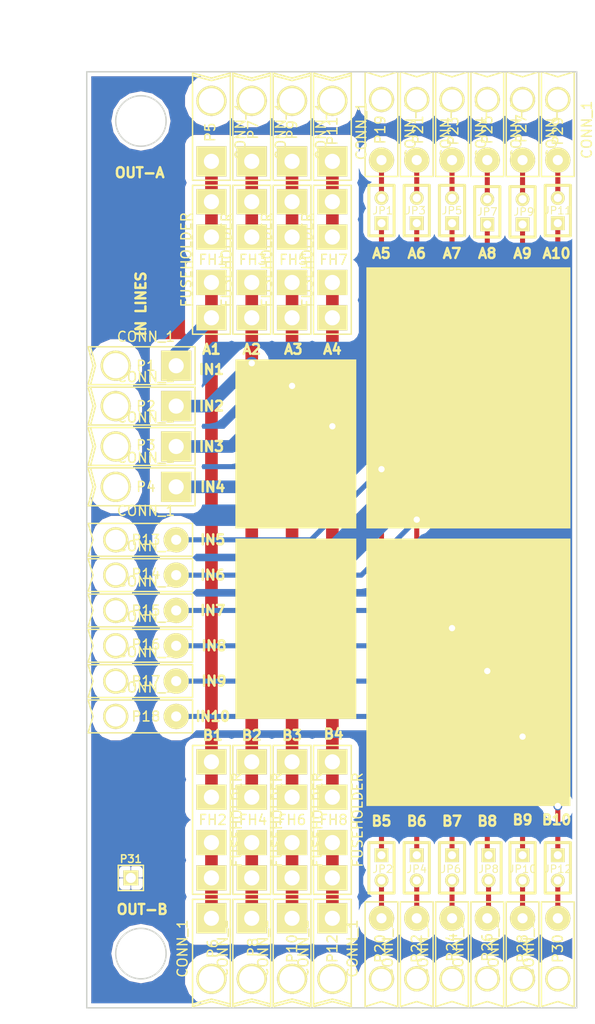
<source format=kicad_pcb>
(kicad_pcb (version 20221018) (generator pcbnew)
  (layers (0 "F.Cu" signal) (31 "B.Cu" signal) (34 "B.Paste" user) (35 "F.Paste" user) (36 "B.SilkS" user "B.Silkscreen") (37 "F.SilkS" user "F.Silkscreen") (38 "B.Mask" user) (39 "F.Mask" user) (44 "Edge.Cuts" user))
  (net 0 "")
  (net 1 "GND")
  (net 2 "N-000001")
  (net 3 "N-0000010")
  (net 4 "N-0000011")
  (net 5 "N-0000012")
  (net 6 "N-0000014")
  (net 7 "N-0000015")
  (net 8 "N-0000016")
  (net 9 "N-0000017")
  (net 10 "N-0000018")
  (net 11 "N-0000019")
  (net 12 "N-000002")
  (net 13 "N-0000020")
  (net 14 "N-0000021")
  (net 15 "N-0000022")
  (net 16 "N-0000023")
  (net 17 "N-0000024")
  (net 18 "N-0000025")
  (net 19 "N-0000026")
  (net 20 "N-0000027")
  (net 21 "N-0000028")
  (net 22 "N-0000029")
  (net 23 "N-000003")
  (net 24 "N-0000030")
  (net 25 "N-0000031")
  (net 26 "N-000004")
  (net 27 "N-000005")
  (net 28 "N-000006")
  (net 29 "N-000007")
  (net 30 "N-000008")
  (net 31 "N-000009")
  (footprint "FUSEHOLDER" (layer "F.Cu") (at 204.724 72.898 90)
    (fp_text reference "FH1" (at 0 0.127 180) (layer "F.SilkS"))
    (fp_text value "FUSEHOLDER" (at 0 -2.54 90) (layer "F.SilkS"))
    (pad "1" thru_hole rect (at -5.842 0 90) (size 2.54 3.048) (drill 1.524) (layers "*.Cu" "*.Mask" "F.SilkS") (net 15 "N-0000022"))
    (pad "1" thru_hole rect (at -2.286 0 90) (size 2.54 3.048) (drill 1.524) (layers "*.Cu" "*.Mask" "F.SilkS") (net 15 "N-0000022"))
    (pad "2" thru_hole rect (at 2.286 0 90) (size 2.54 3.048) (drill 1.524) (layers "*.Cu" "*.Mask" "F.SilkS") (net 17 "N-0000024"))
    (pad "2" thru_hole rect (at 5.842 0 90) (size 2.54 3.048) (drill 1.524) (layers "*.Cu" "*.Mask" "F.SilkS") (net 17 "N-0000024"))
  )
  (footprint "FUSEHOLDER" (layer "F.Cu") (at 204.724 129.286 -90)
    (fp_text reference "FH2" (at 0 -0.127) (layer "F.SilkS"))
    (fp_text value "FUSEHOLDER" (at 0 -2.54 270) (layer "F.SilkS"))
    (pad "1" thru_hole rect (at -5.842 0 270) (size 2.54 3.048) (drill 1.524) (layers "*.Cu" "*.Mask" "F.SilkS") (net 15 "N-0000022"))
    (pad "1" thru_hole rect (at -2.286 0 270) (size 2.54 3.048) (drill 1.524) (layers "*.Cu" "*.Mask" "F.SilkS") (net 15 "N-0000022"))
    (pad "2" thru_hole rect (at 2.286 0 270) (size 2.54 3.048) (drill 1.524) (layers "*.Cu" "*.Mask" "F.SilkS") (net 16 "N-0000023"))
    (pad "2" thru_hole rect (at 5.842 0 270) (size 2.54 3.048) (drill 1.524) (layers "*.Cu" "*.Mask" "F.SilkS") (net 16 "N-0000023"))
  )
  (footprint "FUSEHOLDER" (layer "F.Cu") (at 208.788 72.898 90)
    (fp_text reference "FH3" (at 0 0.127 180) (layer "F.SilkS"))
    (fp_text value "FUSEHOLDER" (at 0 -2.54 90) (layer "F.SilkS"))
    (pad "1" thru_hole rect (at -5.842 0 90) (size 2.54 3.048) (drill 1.524) (layers "*.Cu" "*.Mask" "F.SilkS") (net 11 "N-0000019"))
    (pad "1" thru_hole rect (at -2.286 0 90) (size 2.54 3.048) (drill 1.524) (layers "*.Cu" "*.Mask" "F.SilkS") (net 11 "N-0000019"))
    (pad "2" thru_hole rect (at 2.286 0 90) (size 2.54 3.048) (drill 1.524) (layers "*.Cu" "*.Mask" "F.SilkS") (net 14 "N-0000021"))
    (pad "2" thru_hole rect (at 5.842 0 90) (size 2.54 3.048) (drill 1.524) (layers "*.Cu" "*.Mask" "F.SilkS") (net 14 "N-0000021"))
  )
  (footprint "FUSEHOLDER" (layer "F.Cu") (at 208.788 129.286 -90)
    (fp_text reference "FH4" (at 0 -0.127) (layer "F.SilkS"))
    (fp_text value "FUSEHOLDER" (at 0 -2.54 270) (layer "F.SilkS"))
    (pad "1" thru_hole rect (at -5.842 0 270) (size 2.54 3.048) (drill 1.524) (layers "*.Cu" "*.Mask" "F.SilkS") (net 11 "N-0000019"))
    (pad "1" thru_hole rect (at -2.286 0 270) (size 2.54 3.048) (drill 1.524) (layers "*.Cu" "*.Mask" "F.SilkS") (net 11 "N-0000019"))
    (pad "2" thru_hole rect (at 2.286 0 270) (size 2.54 3.048) (drill 1.524) (layers "*.Cu" "*.Mask" "F.SilkS") (net 13 "N-0000020"))
    (pad "2" thru_hole rect (at 5.842 0 270) (size 2.54 3.048) (drill 1.524) (layers "*.Cu" "*.Mask" "F.SilkS") (net 13 "N-0000020"))
  )
  (footprint "FUSEHOLDER" (layer "F.Cu") (at 212.852 72.898 90)
    (fp_text reference "FH5" (at 0 0.127 180) (layer "F.SilkS"))
    (fp_text value "FUSEHOLDER" (at 0 -2.54 90) (layer "F.SilkS"))
    (pad "1" thru_hole rect (at -5.842 0 90) (size 2.54 3.048) (drill 1.524) (layers "*.Cu" "*.Mask" "F.SilkS") (net 22 "N-0000029"))
    (pad "1" thru_hole rect (at -2.286 0 90) (size 2.54 3.048) (drill 1.524) (layers "*.Cu" "*.Mask" "F.SilkS") (net 22 "N-0000029"))
    (pad "2" thru_hole rect (at 2.286 0 90) (size 2.54 3.048) (drill 1.524) (layers "*.Cu" "*.Mask" "F.SilkS") (net 25 "N-0000031"))
    (pad "2" thru_hole rect (at 5.842 0 90) (size 2.54 3.048) (drill 1.524) (layers "*.Cu" "*.Mask" "F.SilkS") (net 25 "N-0000031"))
  )
  (footprint "FUSEHOLDER" (layer "F.Cu") (at 212.852 129.286 -90)
    (fp_text reference "FH6" (at 0 0) (layer "F.SilkS"))
    (fp_text value "FUSEHOLDER" (at 0 -2.54 270) (layer "F.SilkS"))
    (pad "1" thru_hole rect (at -5.842 0 270) (size 2.54 3.048) (drill 1.524) (layers "*.Cu" "*.Mask" "F.SilkS") (net 22 "N-0000029"))
    (pad "1" thru_hole rect (at -2.286 0 270) (size 2.54 3.048) (drill 1.524) (layers "*.Cu" "*.Mask" "F.SilkS") (net 22 "N-0000029"))
    (pad "2" thru_hole rect (at 2.286 0 270) (size 2.54 3.048) (drill 1.524) (layers "*.Cu" "*.Mask" "F.SilkS") (net 24 "N-0000030"))
    (pad "2" thru_hole rect (at 5.842 0 270) (size 2.54 3.048) (drill 1.524) (layers "*.Cu" "*.Mask" "F.SilkS") (net 24 "N-0000030"))
  )
  (footprint "FUSEHOLDER" (layer "F.Cu") (at 216.916 72.898 90)
    (fp_text reference "FH7" (at 0 0.127 180) (layer "F.SilkS"))
    (fp_text value "FUSEHOLDER" (at 0 -2.54 90) (layer "F.SilkS"))
    (pad "1" thru_hole rect (at -5.842 0 90) (size 2.54 3.048) (drill 1.524) (layers "*.Cu" "*.Mask" "F.SilkS") (net 19 "N-0000026"))
    (pad "1" thru_hole rect (at -2.286 0 90) (size 2.54 3.048) (drill 1.524) (layers "*.Cu" "*.Mask" "F.SilkS") (net 19 "N-0000026"))
    (pad "2" thru_hole rect (at 2.286 0 90) (size 2.54 3.048) (drill 1.524) (layers "*.Cu" "*.Mask" "F.SilkS") (net 21 "N-0000028"))
    (pad "2" thru_hole rect (at 5.842 0 90) (size 2.54 3.048) (drill 1.524) (layers "*.Cu" "*.Mask" "F.SilkS") (net 21 "N-0000028"))
  )
  (footprint "FUSEHOLDER" (layer "F.Cu") (at 216.916 129.286 -90)
    (fp_text reference "FH8" (at 0 -0.127) (layer "F.SilkS"))
    (fp_text value "FUSEHOLDER" (at 0 -2.54 270) (layer "F.SilkS"))
    (pad "1" thru_hole rect (at -5.842 0 270) (size 2.54 3.048) (drill 1.524) (layers "*.Cu" "*.Mask" "F.SilkS") (net 19 "N-0000026"))
    (pad "1" thru_hole rect (at -2.286 0 270) (size 2.54 3.048) (drill 1.524) (layers "*.Cu" "*.Mask" "F.SilkS") (net 19 "N-0000026"))
    (pad "2" thru_hole rect (at 2.286 0 270) (size 2.54 3.048) (drill 1.524) (layers "*.Cu" "*.Mask" "F.SilkS") (net 20 "N-0000027"))
    (pad "2" thru_hole rect (at 5.842 0 270) (size 2.54 3.048) (drill 1.524) (layers "*.Cu" "*.Mask" "F.SilkS") (net 20 "N-0000027"))
  )
  (footprint "PIN_1_16AWG" (layer "F.Cu") (at 198.12 83.566)
    (fp_text reference "P1" (at 0 0) (layer "F.SilkS"))
    (fp_text value "CONN_1" (at 0 -2.921) (layer "F.SilkS"))
    (pad "" thru_hole circle (at -3.048 0) (size 3.048 3.048) (drill 2.54) (layers "*.Cu" "*.Mask" "F.SilkS"))
    (pad "1" thru_hole rect (at 3.048 0) (size 3.048 3.048) (drill 1.524) (layers "*.Cu" "*.Mask" "F.SilkS") (net 15 "N-0000022"))
  )
  (footprint "PIN_1_16AWG" (layer "F.Cu") (at 198.12 87.63)
    (fp_text reference "P2" (at 0 0) (layer "F.SilkS"))
    (fp_text value "CONN_1" (at 0 -2.921) (layer "F.SilkS"))
    (pad "" thru_hole circle (at -3.048 0) (size 3.048 3.048) (drill 2.54) (layers "*.Cu" "*.Mask" "F.SilkS"))
    (pad "1" thru_hole rect (at 3.048 0) (size 3.048 3.048) (drill 1.524) (layers "*.Cu" "*.Mask" "F.SilkS") (net 11 "N-0000019"))
  )
  (footprint "PIN_1_16AWG" (layer "F.Cu") (at 198.12 91.694)
    (fp_text reference "P3" (at 0 -0.127) (layer "F.SilkS"))
    (fp_text value "CONN_1" (at 0 -2.921) (layer "F.SilkS"))
    (pad "" thru_hole circle (at -3.048 0) (size 3.048 3.048) (drill 2.54) (layers "*.Cu" "*.Mask" "F.SilkS"))
    (pad "1" thru_hole rect (at 3.048 0) (size 3.048 3.048) (drill 1.524) (layers "*.Cu" "*.Mask" "F.SilkS") (net 22 "N-0000029"))
  )
  (footprint "PIN_1_16AWG" (layer "F.Cu") (at 198.12 95.758)
    (fp_text reference "P4" (at 0 0) (layer "F.SilkS"))
    (fp_text value "CONN_1" (at 0 -2.921) (layer "F.SilkS"))
    (pad "" thru_hole circle (at -3.048 0) (size 3.048 3.048) (drill 2.54) (layers "*.Cu" "*.Mask" "F.SilkS"))
    (pad "1" thru_hole rect (at 3.048 0) (size 3.048 3.048) (drill 1.524) (layers "*.Cu" "*.Mask" "F.SilkS") (net 19 "N-0000026"))
  )
  (footprint "PIN_1_16AWG" (layer "F.Cu") (at 204.724 59.944 -90)
    (fp_text reference "P5" (at 0.127 0.127 270) (layer "F.SilkS"))
    (fp_text value "CONN_1" (at 0 -2.921 270) (layer "F.SilkS"))
    (pad "" thru_hole circle (at -3.048 0 270) (size 3.048 3.048) (drill 2.54) (layers "*.Cu" "*.Mask" "F.SilkS"))
    (pad "1" thru_hole rect (at 3.048 0 270) (size 3.048 3.048) (drill 1.524) (layers "*.Cu" "*.Mask" "F.SilkS") (net 17 "N-0000024"))
  )
  (footprint "PIN_1_16AWG" (layer "F.Cu") (at 204.724 142.24 90)
    (fp_text reference "P6" (at 0 0.127 90) (layer "F.SilkS"))
    (fp_text value "CONN_1" (at 0 -2.921 90) (layer "F.SilkS"))
    (pad "" thru_hole circle (at -3.048 0 90) (size 3.048 3.048) (drill 2.54) (layers "*.Cu" "*.Mask" "F.SilkS"))
    (pad "1" thru_hole rect (at 3.048 0 90) (size 3.048 3.048) (drill 1.524) (layers "*.Cu" "*.Mask" "F.SilkS") (net 16 "N-0000023"))
  )
  (footprint "PIN_1_16AWG" (layer "F.Cu") (at 208.788 59.944 -90)
    (fp_text reference "P7" (at -0.127 -0.127 270) (layer "F.SilkS"))
    (fp_text value "CONN_1" (at 0 -2.921 270) (layer "F.SilkS"))
    (pad "" thru_hole circle (at -3.048 0 270) (size 3.048 3.048) (drill 2.54) (layers "*.Cu" "*.Mask" "F.SilkS"))
    (pad "1" thru_hole rect (at 3.048 0 270) (size 3.048 3.048) (drill 1.524) (layers "*.Cu" "*.Mask" "F.SilkS") (net 14 "N-0000021"))
  )
  (footprint "PIN_1_16AWG" (layer "F.Cu") (at 208.788 142.24 90)
    (fp_text reference "P8" (at 0.127 0.127 90) (layer "F.SilkS"))
    (fp_text value "CONN_1" (at 0 -2.921 90) (layer "F.SilkS"))
    (pad "" thru_hole circle (at -3.048 0 90) (size 3.048 3.048) (drill 2.54) (layers "*.Cu" "*.Mask" "F.SilkS"))
    (pad "1" thru_hole rect (at 3.048 0 90) (size 3.048 3.048) (drill 1.524) (layers "*.Cu" "*.Mask" "F.SilkS") (net 13 "N-0000020"))
  )
  (footprint "PIN_1_16AWG" (layer "F.Cu") (at 212.852 59.944 -90)
    (fp_text reference "P9" (at -0.127 0 270) (layer "F.SilkS"))
    (fp_text value "CONN_1" (at 0 -2.921 270) (layer "F.SilkS"))
    (pad "" thru_hole circle (at -3.048 0 270) (size 3.048 3.048) (drill 2.54) (layers "*.Cu" "*.Mask" "F.SilkS"))
    (pad "1" thru_hole rect (at 3.048 0 270) (size 3.048 3.048) (drill 1.524) (layers "*.Cu" "*.Mask" "F.SilkS") (net 25 "N-0000031"))
  )
  (footprint "PIN_1_16AWG" (layer "F.Cu") (at 212.852 142.24 90)
    (fp_text reference "P10" (at 0 0 90) (layer "F.SilkS"))
    (fp_text value "CONN_1" (at 0 -2.921 90) (layer "F.SilkS"))
    (pad "" thru_hole circle (at -3.048 0 90) (size 3.048 3.048) (drill 2.54) (layers "*.Cu" "*.Mask" "F.SilkS"))
    (pad "1" thru_hole rect (at 3.048 0 90) (size 3.048 3.048) (drill 1.524) (layers "*.Cu" "*.Mask" "F.SilkS") (net 24 "N-0000030"))
  )
  (footprint "PIN_1_16AWG" (layer "F.Cu") (at 216.916 59.944 -90)
    (fp_text reference "P11" (at 0 0 270) (layer "F.SilkS"))
    (fp_text value "CONN_1" (at 0 -2.921 270) (layer "F.SilkS"))
    (pad "" thru_hole circle (at -3.048 0 270) (size 3.048 3.048) (drill 2.54) (layers "*.Cu" "*.Mask" "F.SilkS"))
    (pad "1" thru_hole rect (at 3.048 0 270) (size 3.048 3.048) (drill 1.524) (layers "*.Cu" "*.Mask" "F.SilkS") (net 21 "N-0000028"))
  )
  (footprint "PIN_1_16AWG" (layer "F.Cu") (at 216.916 142.24 90)
    (fp_text reference "P12" (at 0 0 90) (layer "F.SilkS"))
    (fp_text value "CONN_1" (at 0 -2.921 90) (layer "F.SilkS"))
    (pad "" thru_hole circle (at -3.048 0 90) (size 3.048 3.048) (drill 2.54) (layers "*.Cu" "*.Mask" "F.SilkS"))
    (pad "1" thru_hole rect (at 3.048 0 90) (size 3.048 3.048) (drill 1.524) (layers "*.Cu" "*.Mask" "F.SilkS") (net 20 "N-0000027"))
  )
  (footprint "PIN_1_20AWG" (layer "F.Cu") (at 198.12 101.092)
    (fp_text reference "P13" (at 0 0) (layer "F.SilkS"))
    (fp_text value "CONN_1" (at 0 -2.921) (layer "F.SilkS"))
    (pad "" thru_hole circle (at -3.048 0) (size 2.54 2.54) (drill 2.032) (layers "*.Cu" "*.Mask" "F.SilkS"))
    (pad "1" thru_hole circle (at 3.048 0) (size 2.54 2.54) (drill 1.016) (layers "*.Cu" "*.Mask" "F.SilkS") (net 18 "N-0000025"))
  )
  (footprint "PIN_1_20AWG" (layer "F.Cu") (at 198.12 104.648)
    (fp_text reference "P14" (at 0 -0.127) (layer "F.SilkS"))
    (fp_text value "CONN_1" (at 0 -2.921) (layer "F.SilkS"))
    (pad "" thru_hole circle (at -3.048 0) (size 2.54 2.54) (drill 2.032) (layers "*.Cu" "*.Mask" "F.SilkS"))
    (pad "1" thru_hole circle (at 3.048 0) (size 2.54 2.54) (drill 1.016) (layers "*.Cu" "*.Mask" "F.SilkS") (net 28 "N-000006"))
  )
  (footprint "PIN_1_20AWG" (layer "F.Cu") (at 198.12 108.204)
    (fp_text reference "P15" (at 0 0) (layer "F.SilkS"))
    (fp_text value "CONN_1" (at 0 -2.921) (layer "F.SilkS"))
    (pad "" thru_hole circle (at -3.048 0) (size 2.54 2.54) (drill 2.032) (layers "*.Cu" "*.Mask" "F.SilkS"))
    (pad "1" thru_hole circle (at 3.048 0) (size 2.54 2.54) (drill 1.016) (layers "*.Cu" "*.Mask" "F.SilkS") (net 29 "N-000007"))
  )
  (footprint "PIN_1_20AWG" (layer "F.Cu") (at 198.12 111.76)
    (fp_text reference "P16" (at 0 -0.127) (layer "F.SilkS"))
    (fp_text value "CONN_1" (at 0 -2.921) (layer "F.SilkS"))
    (pad "" thru_hole circle (at -3.048 0) (size 2.54 2.54) (drill 2.032) (layers "*.Cu" "*.Mask" "F.SilkS"))
    (pad "1" thru_hole circle (at 3.048 0) (size 2.54 2.54) (drill 1.016) (layers "*.Cu" "*.Mask" "F.SilkS") (net 23 "N-000003"))
  )
  (footprint "PIN_1_20AWG" (layer "F.Cu") (at 198.12 115.316)
    (fp_text reference "P17" (at 0 0) (layer "F.SilkS"))
    (fp_text value "CONN_1" (at 0 -2.921) (layer "F.SilkS"))
    (pad "" thru_hole circle (at -3.048 0) (size 2.54 2.54) (drill 2.032) (layers "*.Cu" "*.Mask" "F.SilkS"))
    (pad "1" thru_hole circle (at 3.048 0) (size 2.54 2.54) (drill 1.016) (layers "*.Cu" "*.Mask" "F.SilkS") (net 8 "N-0000016"))
  )
  (footprint "PIN_1_20AWG" (layer "F.Cu") (at 198.12 118.872)
    (fp_text reference "P18" (at 0 0) (layer "F.SilkS"))
    (fp_text value "CONN_1" (at 0 -2.921) (layer "F.SilkS"))
    (pad "" thru_hole circle (at -3.048 0) (size 2.54 2.54) (drill 2.032) (layers "*.Cu" "*.Mask" "F.SilkS"))
    (pad "1" thru_hole circle (at 3.048 0) (size 2.54 2.54) (drill 1.016) (layers "*.Cu" "*.Mask" "F.SilkS") (net 5 "N-0000012"))
  )
  (footprint "PIN_1_20AWG" (layer "F.Cu") (at 221.869 59.817 -90)
    (fp_text reference "P19" (at 0 0.127 270) (layer "F.SilkS"))
    (fp_text value "CONN_1" (at 0 -2.921 270) (layer "F.SilkS"))
    (pad "" thru_hole circle (at -3.048 0 270) (size 2.54 2.54) (drill 2.032) (layers "*.Cu" "*.Mask" "F.SilkS"))
    (pad "1" thru_hole circle (at 3.048 0 270) (size 2.54 2.54) (drill 1.016) (layers "*.Cu" "*.Mask" "F.SilkS") (net 9 "N-0000017"))
  )
  (footprint "PIN_1_20AWG" (layer "F.Cu") (at 221.869 142.24 90)
    (fp_text reference "P20" (at 0 -0.127 90) (layer "F.SilkS"))
    (fp_text value "CONN_1" (at 0 -2.921 90) (layer "F.SilkS"))
    (pad "" thru_hole circle (at -3.048 0 90) (size 2.54 2.54) (drill 2.032) (layers "*.Cu" "*.Mask" "F.SilkS"))
    (pad "1" thru_hole circle (at 3.048 0 90) (size 2.54 2.54) (drill 1.016) (layers "*.Cu" "*.Mask" "F.SilkS") (net 10 "N-0000018"))
  )
  (footprint "PIN_1_20AWG" (layer "F.Cu") (at 225.425 59.817 -90)
    (fp_text reference "P21" (at 0 -0.127 270) (layer "F.SilkS"))
    (fp_text value "CONN_1" (at 0 -2.921 270) (layer "F.SilkS"))
    (pad "" thru_hole circle (at -3.048 0 270) (size 2.54 2.54) (drill 2.032) (layers "*.Cu" "*.Mask" "F.SilkS"))
    (pad "1" thru_hole circle (at 3.048 0 270) (size 2.54 2.54) (drill 1.016) (layers "*.Cu" "*.Mask" "F.SilkS") (net 26 "N-000004"))
  )
  (footprint "PIN_1_20AWG" (layer "F.Cu") (at 228.981 59.817 -90)
    (fp_text reference "P23" (at 0.127 -0.127 270) (layer "F.SilkS"))
    (fp_text value "CONN_1" (at 0 -2.921 270) (layer "F.SilkS"))
    (pad "" thru_hole circle (at -3.048 0 270) (size 2.54 2.54) (drill 2.032) (layers "*.Cu" "*.Mask" "F.SilkS"))
    (pad "1" thru_hole circle (at 3.048 0 270) (size 2.54 2.54) (drill 1.016) (layers "*.Cu" "*.Mask" "F.SilkS") (net 31 "N-000009"))
  )
  (footprint "PIN_1_20AWG" (layer "F.Cu") (at 228.981 142.24 90)
    (fp_text reference "P24" (at 0.127 0 90) (layer "F.SilkS"))
    (fp_text value "CONN_1" (at 0 -2.921 90) (layer "F.SilkS"))
    (pad "" thru_hole circle (at -3.048 0 90) (size 2.54 2.54) (drill 2.032) (layers "*.Cu" "*.Mask" "F.SilkS"))
    (pad "1" thru_hole circle (at 3.048 0 90) (size 2.54 2.54) (drill 1.016) (layers "*.Cu" "*.Mask" "F.SilkS") (net 30 "N-000008"))
  )
  (footprint "PIN_1_20AWG" (layer "F.Cu") (at 232.537 59.817 -90)
    (fp_text reference "P25" (at 0 0 270) (layer "F.SilkS"))
    (fp_text value "CONN_1" (at 0 -2.921 270) (layer "F.SilkS"))
    (pad "" thru_hole circle (at -3.048 0 270) (size 2.54 2.54) (drill 2.032) (layers "*.Cu" "*.Mask" "F.SilkS"))
    (pad "1" thru_hole circle (at 3.048 0 270) (size 2.54 2.54) (drill 1.016) (layers "*.Cu" "*.Mask" "F.SilkS") (net 12 "N-000002"))
  )
  (footprint "PIN_1_20AWG" (layer "F.Cu") (at 232.537 142.24 90)
    (fp_text reference "P26" (at 0.127 0 90) (layer "F.SilkS"))
    (fp_text value "CONN_1" (at 0 -2.921 90) (layer "F.SilkS"))
    (pad "" thru_hole circle (at -3.048 0 90) (size 2.54 2.54) (drill 2.032) (layers "*.Cu" "*.Mask" "F.SilkS"))
    (pad "1" thru_hole circle (at 3.048 0 90) (size 2.54 2.54) (drill 1.016) (layers "*.Cu" "*.Mask" "F.SilkS") (net 2 "N-000001"))
  )
  (footprint "PIN_1_20AWG" (layer "F.Cu") (at 236.093 59.817 -90)
    (fp_text reference "P27" (at -0.127 0.127 270) (layer "F.SilkS"))
    (fp_text value "CONN_1" (at 0 -2.921 270) (layer "F.SilkS"))
    (pad "" thru_hole circle (at -3.048 0 270) (size 2.54 2.54) (drill 2.032) (layers "*.Cu" "*.Mask" "F.SilkS"))
    (pad "1" thru_hole circle (at 3.048 0 270) (size 2.54 2.54) (drill 1.016) (layers "*.Cu" "*.Mask" "F.SilkS") (net 7 "N-0000015"))
  )
  (footprint "PIN_1_20AWG" (layer "F.Cu") (at 236.093 142.24 90)
    (fp_text reference "P28" (at 0 0 90) (layer "F.SilkS"))
    (fp_text value "CONN_1" (at 0 -2.921 90) (layer "F.SilkS"))
    (pad "" thru_hole circle (at -3.048 0 90) (size 2.54 2.54) (drill 2.032) (layers "*.Cu" "*.Mask" "F.SilkS"))
    (pad "1" thru_hole circle (at 3.048 0 90) (size 2.54 2.54) (drill 1.016) (layers "*.Cu" "*.Mask" "F.SilkS") (net 6 "N-0000014"))
  )
  (footprint "PIN_1_20AWG" (layer "F.Cu") (at 239.649 59.817 -90)
    (fp_text reference "P29" (at 0.127 0 270) (layer "F.SilkS"))
    (fp_text value "CONN_1" (at 0 -2.921 270) (layer "F.SilkS"))
    (pad "" thru_hole circle (at -3.048 0 270) (size 2.54 2.54) (drill 2.032) (layers "*.Cu" "*.Mask" "F.SilkS"))
    (pad "1" thru_hole circle (at 3.048 0 270) (size 2.54 2.54) (drill 1.016) (layers "*.Cu" "*.Mask" "F.SilkS") (net 3 "N-0000010"))
  )
  (footprint "PIN_1_20AWG" (layer "F.Cu") (at 239.649 142.24 90)
    (fp_text reference "P30" (at 0 0 90) (layer "F.SilkS"))
    (fp_text value "CONN_1" (at 0 -2.921 90) (layer "F.SilkS"))
    (pad "" thru_hole circle (at -3.048 0 90) (size 2.54 2.54) (drill 2.032) (layers "*.Cu" "*.Mask" "F.SilkS"))
    (pad "1" thru_hole circle (at 3.048 0 90) (size 2.54 2.54) (drill 1.016) (layers "*.Cu" "*.Mask" "F.SilkS") (net 4 "N-0000011"))
  )
  (footprint "PIN_1_20AWG" (layer "F.Cu") (at 225.425 142.24 90)
    (fp_text reference "P22" (at 0 0 90) (layer "F.SilkS"))
    (fp_text value "CONN_1" (at 0 -2.921 90) (layer "F.SilkS"))
    (pad "" thru_hole circle (at -3.048 0 90) (size 2.54 2.54) (drill 2.032) (layers "*.Cu" "*.Mask" "F.SilkS"))
    (pad "1" thru_hole circle (at 3.048 0 90) (size 2.54 2.54) (drill 1.016) (layers "*.Cu" "*.Mask" "F.SilkS") (net 27 "N-000005"))
  )
  (footprint "JUMPER-2" (layer "F.Cu") (at 221.869 67.945 90)
    (fp_text reference "JP1" (at 0 0.127 180) (layer "F.SilkS") (effects (font (size 0.762 0.762) (thickness 0.1))))
    (fp_text value "JUMPER" hide)
    (pad "1" thru_hole rect (at -1.27 0 90) (size 1.397 1.397) (drill 0.8128) (layers "*.Cu" "*.Mask" "F.SilkS") (net 18 "N-0000025"))
    (pad "2" thru_hole circle (at 1.27 0 90) (size 1.397 1.397) (drill 0.8128) (layers "*.Cu" "*.Mask" "F.SilkS") (net 9 "N-0000017"))
  )
  (footprint "JUMPER-2" (layer "F.Cu") (at 221.869 134.112 -90)
    (fp_text reference "JP2" (at 0.127 -0.127) (layer "F.SilkS") (effects (font (size 0.762 0.762) (thickness 0.1))))
    (fp_text value "JUMPER" hide)
    (pad "1" thru_hole rect (at -1.27 0 270) (size 1.397 1.397) (drill 0.8128) (layers "*.Cu" "*.Mask" "F.SilkS") (net 18 "N-0000025"))
    (pad "2" thru_hole circle (at 1.27 0 270) (size 1.397 1.397) (drill 0.8128) (layers "*.Cu" "*.Mask" "F.SilkS") (net 10 "N-0000018"))
  )
  (footprint "JUMPER-2" (layer "F.Cu") (at 225.425 67.945 90)
    (fp_text reference "JP3" (at 0 -0.127 180) (layer "F.SilkS") (effects (font (size 0.762 0.762) (thickness 0.1))))
    (fp_text value "JUMPER" hide)
    (pad "1" thru_hole rect (at -1.27 0 90) (size 1.397 1.397) (drill 0.8128) (layers "*.Cu" "*.Mask" "F.SilkS") (net 28 "N-000006"))
    (pad "2" thru_hole circle (at 1.27 0 90) (size 1.397 1.397) (drill 0.8128) (layers "*.Cu" "*.Mask" "F.SilkS") (net 26 "N-000004"))
  )
  (footprint "JUMPER-2" (layer "F.Cu") (at 225.425 134.112 -90)
    (fp_text reference "JP4" (at 0.127 0) (layer "F.SilkS") (effects (font (size 0.762 0.762) (thickness 0.1))))
    (fp_text value "JUMPER" hide)
    (pad "1" thru_hole rect (at -1.27 0 270) (size 1.397 1.397) (drill 0.8128) (layers "*.Cu" "*.Mask" "F.SilkS") (net 28 "N-000006"))
    (pad "2" thru_hole circle (at 1.27 0 270) (size 1.397 1.397) (drill 0.8128) (layers "*.Cu" "*.Mask" "F.SilkS") (net 27 "N-000005"))
  )
  (footprint "JUMPER-2" (layer "F.Cu") (at 228.981 67.945 90)
    (fp_text reference "JP5" (at 0 0 180) (layer "F.SilkS") (effects (font (size 0.762 0.762) (thickness 0.1))))
    (fp_text value "JUMPER" hide)
    (pad "1" thru_hole rect (at -1.27 0 90) (size 1.397 1.397) (drill 0.8128) (layers "*.Cu" "*.Mask" "F.SilkS") (net 29 "N-000007"))
    (pad "2" thru_hole circle (at 1.27 0 90) (size 1.397 1.397) (drill 0.8128) (layers "*.Cu" "*.Mask" "F.SilkS") (net 31 "N-000009"))
  )
  (footprint "JUMPER-2" (layer "F.Cu") (at 228.981 134.112 -90)
    (fp_text reference "JP6" (at 0.127 0.127) (layer "F.SilkS") (effects (font (size 0.762 0.762) (thickness 0.1))))
    (fp_text value "JUMPER" hide)
    (pad "1" thru_hole rect (at -1.27 0 270) (size 1.397 1.397) (drill 0.8128) (layers "*.Cu" "*.Mask" "F.SilkS") (net 29 "N-000007"))
    (pad "2" thru_hole circle (at 1.27 0 270) (size 1.397 1.397) (drill 0.8128) (layers "*.Cu" "*.Mask" "F.SilkS") (net 30 "N-000008"))
  )
  (footprint "JUMPER-2" (layer "F.Cu") (at 232.537 68.072 90)
    (fp_text reference "JP7" (at 0 0 180) (layer "F.SilkS") (effects (font (size 0.762 0.762) (thickness 0.1))))
    (fp_text value "JUMPER" hide)
    (pad "1" thru_hole rect (at -1.27 0 90) (size 1.397 1.397) (drill 0.8128) (layers "*.Cu" "*.Mask" "F.SilkS") (net 23 "N-000003"))
    (pad "2" thru_hole circle (at 1.27 0 90) (size 1.397 1.397) (drill 0.8128) (layers "*.Cu" "*.Mask" "F.SilkS") (net 12 "N-000002"))
  )
  (footprint "JUMPER-2" (layer "F.Cu") (at 232.664 134.112 -90)
    (fp_text reference "JP8" (at 0.127 0) (layer "F.SilkS") (effects (font (size 0.762 0.762) (thickness 0.1))))
    (fp_text value "JUMPER" hide)
    (pad "1" thru_hole rect (at -1.27 0 270) (size 1.397 1.397) (drill 0.8128) (layers "*.Cu" "*.Mask" "F.SilkS") (net 23 "N-000003"))
    (pad "2" thru_hole circle (at 1.27 0 270) (size 1.397 1.397) (drill 0.8128) (layers "*.Cu" "*.Mask" "F.SilkS") (net 2 "N-000001"))
  )
  (footprint "JUMPER-2" (layer "F.Cu") (at 236.093 68.072 90)
    (fp_text reference "JP9" (at 0 0.127 180) (layer "F.SilkS") (effects (font (size 0.762 0.762) (thickness 0.1))))
    (fp_text value "JUMPER" hide)
    (pad "1" thru_hole rect (at -1.27 0 90) (size 1.397 1.397) (drill 0.8128) (layers "*.Cu" "*.Mask" "F.SilkS") (net 8 "N-0000016"))
    (pad "2" thru_hole circle (at 1.27 0 90) (size 1.397 1.397) (drill 0.8128) (layers "*.Cu" "*.Mask" "F.SilkS") (net 7 "N-0000015"))
  )
  (footprint "JUMPER-2" (layer "F.Cu") (at 236.093 134.112 -90)
    (fp_text reference "JP10" (at 0.127 0) (layer "F.SilkS") (effects (font (size 0.762 0.762) (thickness 0.1))))
    (fp_text value "JUMPER" hide)
    (pad "1" thru_hole rect (at -1.27 0 270) (size 1.397 1.397) (drill 0.8128) (layers "*.Cu" "*.Mask" "F.SilkS") (net 8 "N-0000016"))
    (pad "2" thru_hole circle (at 1.27 0 270) (size 1.397 1.397) (drill 0.8128) (layers "*.Cu" "*.Mask" "F.SilkS") (net 6 "N-0000014"))
  )
  (footprint "JUMPER-2" (layer "F.Cu") (at 239.649 67.945 90)
    (fp_text reference "JP11" (at 0 0 180) (layer "F.SilkS") (effects (font (size 0.762 0.762) (thickness 0.1))))
    (fp_text value "JUMPER" hide)
    (pad "1" thru_hole rect (at -1.27 0 90) (size 1.397 1.397) (drill 0.8128) (layers "*.Cu" "*.Mask" "F.SilkS") (net 5 "N-0000012"))
    (pad "2" thru_hole circle (at 1.27 0 90) (size 1.397 1.397) (drill 0.8128) (layers "*.Cu" "*.Mask" "F.SilkS") (net 3 "N-0000010"))
  )
  (footprint "JUMPER-2" (layer "F.Cu") (at 239.649 134.112 -90)
    (fp_text reference "JP12" (at 0.127 0) (layer "F.SilkS") (effects (font (size 0.762 0.762) (thickness 0.1))))
    (fp_text value "JUMPER" hide)
    (pad "1" thru_hole rect (at -1.27 0 270) (size 1.397 1.397) (drill 0.8128) (layers "*.Cu" "*.Mask" "F.SilkS") (net 5 "N-0000012"))
    (pad "2" thru_hole circle (at 1.27 0 270) (size 1.397 1.397) (drill 0.8128) (layers "*.Cu" "*.Mask" "F.SilkS") (net 4 "N-0000011"))
  )
  (footprint "PIN_ARRAY_1" (layer "F.Cu") (at 196.596 135.128)
    (fp_text reference "P31" (at 0 -1.905) (layer "F.SilkS") (effects (font (size 0.762 0.762) (thickness 0.1524))))
    (fp_text value "CONN_1" hide)
    (pad "1" thru_hole rect (at 0 0) (size 1.524 1.524) (drill 1.016) (layers "*.Cu" "*.Mask" "F.SilkS") (net 1 "GND"))
  )
  (gr_line (start 192.151 148.209) (end 192.151 53.975) (stroke (width 0.15)) (layer "Edge.Cuts"))
  (gr_line (start 192.151 53.975) (end 241.554 53.975) (stroke (width 0.15)) (layer "Edge.Cuts"))
  (gr_circle (center 197.612 58.928) (end 200.152 58.928) (stroke (width 0.15)) (fill none) (layer "Edge.Cuts"))
  (gr_line (start 241.554 148.209) (end 192.151 148.209) (stroke (width 0.15)) (layer "Edge.Cuts"))
  (gr_circle (center 197.612 142.748) (end 200.152 142.748) (stroke (width 0.15)) (fill none) (layer "Edge.Cuts"))
  (gr_line (start 241.554 53.975) (end 241.554 148.209) (stroke (width 0.15)) (layer "Edge.Cuts"))
  (gr_text "A7" (at 228.981 72.263) (layer "F.SilkS") (effects (font (size 1 1) (thickness 0.25))))
  (gr_text "A4" (at 216.916 81.915) (layer "F.SilkS") (effects (font (size 1 1) (thickness 0.25))))
  (gr_text "IN7" (at 204.851 108.204) (layer "F.SilkS") (effects (font (size 1 1) (thickness 0.25))))
  (gr_text "OUT-B" (at 197.739 138.303) (layer "F.SilkS") (effects (font (size 1 1) (thickness 0.25))))
  (gr_text "A6" (at 225.425 72.263) (layer "F.SilkS") (effects (font (size 1 1) (thickness 0.25))))
  (gr_text "B7" (at 228.981 129.413) (layer "F.SilkS") (effects (font (size 1 1) (thickness 0.25))))
  (gr_text "IN6" (at 204.851 104.648) (layer "F.SilkS") (effects (font (size 1 1) (thickness 0.25))))
  (gr_text "B9" (at 236.093 129.286) (layer "F.SilkS") (effects (font (size 1 1) (thickness 0.25))))
  (gr_text "IN2" (at 204.724 87.63) (layer "F.SilkS") (effects (font (size 1 1) (thickness 0.25))))
  (gr_text "A1" (at 204.724 81.915) (layer "F.SilkS") (effects (font (size 1 1) (thickness 0.25))))
  (gr_text "IN1" (at 204.724 83.947) (layer "F.SilkS") (effects (font (size 1 1) (thickness 0.25))))
  (gr_text "A9" (at 236.093 72.263) (layer "F.SilkS") (effects (font (size 1 1) (thickness 0.25))))
  (gr_text "IN8" (at 204.978 111.76) (layer "F.SilkS") (effects (font (size 1 1) (thickness 0.25))))
  (gr_text "IN10" (at 204.851 118.872) (layer "F.SilkS") (effects (font (size 1 1) (thickness 0.25))))
  (gr_text "B5" (at 221.869 129.413) (layer "F.SilkS") (effects (font (size 1 1) (thickness 0.25))))
  (gr_text "A10" (at 239.522 72.263) (layer "F.SilkS") (effects (font (size 1 1) (thickness 0.25))))
  (gr_text "OUT-A" (at 197.485 64.135) (layer "F.SilkS") (effects (font (size 1 1) (thickness 0.25))))
  (gr_text "IN4" (at 204.851 95.758) (layer "F.SilkS") (effects (font (size 1 1) (thickness 0.25))))
  (gr_text "B6" (at 225.425 129.413) (layer "F.SilkS") (effects (font (size 1 1) (thickness 0.25))))
  (gr_text "A8" (at 232.537 72.263) (layer "F.SilkS") (effects (font (size 1 1) (thickness 0.25))))
  (gr_text "IN LINES" (at 197.612 77.343 90) (layer "F.SilkS") (effects (font (size 1 1) (thickness 0.25))))
  (gr_text "B1" (at 204.851 120.777) (layer "F.SilkS") (effects (font (size 1 1) (thickness 0.25))))
  (gr_text "B2" (at 208.788 120.777) (layer "F.SilkS") (effects (font (size 1 1) (thickness 0.25))))
  (gr_text "IN3" (at 204.724 91.694) (layer "F.SilkS") (effects (font (size 1 1) (thickness 0.25))))
  (gr_text "A2" (at 208.788 81.915) (layer "F.SilkS") (effects (font (size 1 1) (thickness 0.25))))
  (gr_text "A3" (at 212.979 81.915) (layer "F.SilkS") (effects (font (size 1 1) (thickness 0.25))))
  (gr_text "IN9" (at 204.978 115.316) (layer "F.SilkS") (effects (font (size 1 1) (thickness 0.25))))
  (gr_text "B10" (at 239.522 129.286) (layer "F.SilkS") (effects (font (size 1 1) (thickness 0.25))))
  (gr_text "IN5" (at 204.851 101.092) (layer "F.SilkS") (effects (font (size 1 1) (thickness 0.25))))
  (gr_text "B8" (at 232.537 129.413) (layer "F.SilkS") (effects (font (size 1 1) (thickness 0.25))))
  (gr_text "B3" (at 212.852 120.777) (layer "F.SilkS") (effects (font (size 1 1) (thickness 0.25))))
  (gr_text "B4" (at 217.043 120.65) (layer "F.SilkS") (effects (font (size 1 1) (thickness 0.25))))
  (gr_text "A5" (at 221.869 72.263) (layer "F.SilkS") (effects (font (size 1 1) (thickness 0.25))))
  (segment (start 232.664 139.065) (end 232.537 139.192) (width 0.508) (layer "F.Cu") (net 2))
  (segment (start 232.664 135.382) (end 232.664 139.065) (width 0.508) (layer "F.Cu") (net 2))
  (segment (start 239.649 62.865) (end 239.649 66.675) (width 0.508) (layer "F.Cu") (net 3))
  (segment (start 239.649 135.382) (end 239.649 139.192) (width 0.508) (layer "F.Cu") (net 4))
  (segment (start 239.649 127.889) (end 239.649 132.842) (width 0.508) (layer "F.Cu") (net 5))
  (segment (start 239.649 69.215) (end 239.649 127.889) (width 0.508) (layer "F.Cu") (net 5))
  (via (at 239.649 127.889) (size 0.889) (drill 0.635) (layers "F.Cu" "B.Cu") (net 5))
  (segment (start 230.632 118.872) (end 239.649 127.889) (width 0.508) (layer "B.Cu") (net 5))
  (segment (start 201.168 118.872) (end 230.632 118.872) (width 0.508) (layer "B.Cu") (net 5))
  (segment (start 236.093 135.382) (end 236.093 139.192) (width 0.508) (layer "F.Cu") (net 6))
  (segment (start 236.093 62.865) (end 236.093 66.802) (width 0.508) (layer "F.Cu") (net 7))
  (segment (start 236.093 120.904) (end 236.093 132.842) (width 0.508) (layer "F.Cu") (net 8))
  (segment (start 236.093 69.342) (end 236.093 120.904) (width 0.508) (layer "F.Cu") (net 8))
  (via (at 236.093 120.904) (size 0.889) (drill 0.635) (layers "F.Cu" "B.Cu") (net 8))
  (segment (start 230.505 115.316) (end 236.093 120.904) (width 0.508) (layer "B.Cu") (net 8))
  (segment (start 201.168 115.316) (end 230.505 115.316) (width 0.508) (layer "B.Cu") (net 8))
  (segment (start 221.869 66.675) (end 221.869 62.865) (width 0.508) (layer "F.Cu") (net 9))
  (segment (start 221.869 135.382) (end 221.869 139.192) (width 0.508) (layer "F.Cu") (net 10))
  (segment (start 208.788 83.312) (end 208.788 123.444) (width 1.27) (layer "F.Cu") (net 11))
  (segment (start 208.788 78.74) (end 208.788 83.312) (width 1.27) (layer "F.Cu") (net 11))
  (segment (start 208.788 123.444) (end 208.788 127) (width 1.27) (layer "F.Cu") (net 11))
  (segment (start 208.788 75.184) (end 208.788 78.74) (width 1.27) (layer "F.Cu") (net 11))
  (via (at 208.788 83.312) (size 0.889) (drill 0.635) (layers "F.Cu" "B.Cu") (net 11))
  (segment (start 204.47 87.63) (end 208.788 83.312) (width 1.27) (layer "B.Cu") (net 11))
  (segment (start 201.168 87.63) (end 204.47 87.63) (width 1.27) (layer "B.Cu") (net 11))
  (segment (start 232.537 62.865) (end 232.537 66.802) (width 0.508) (layer "F.Cu") (net 12))
  (segment (start 208.788 135.128) (end 208.788 139.192) (width 1.27) (layer "F.Cu") (net 13))
  (segment (start 208.788 131.572) (end 208.788 135.128) (width 1.27) (layer "F.Cu") (net 13))
  (segment (start 208.788 67.056) (end 208.788 70.612) (width 1.27) (layer "F.Cu") (net 14))
  (segment (start 208.788 62.992) (end 208.788 67.056) (width 1.27) (layer "F.Cu") (net 14))
  (segment (start 204.724 75.184) (end 204.724 78.74) (width 1.27) (layer "F.Cu") (net 15))
  (segment (start 204.724 78.74) (end 204.724 123.444) (width 1.27) (layer "F.Cu") (net 15))
  (segment (start 204.724 123.444) (end 204.724 127) (width 1.27) (layer "F.Cu") (net 15))
  (segment (start 201.168 82.296) (end 204.724 78.74) (width 1.27) (layer "B.Cu") (net 15))
  (segment (start 201.168 83.566) (end 201.168 82.296) (width 1.27) (layer "B.Cu") (net 15))
  (segment (start 204.724 131.572) (end 204.724 135.128) (width 1.27) (layer "F.Cu") (net 16))
  (segment (start 204.724 135.128) (end 204.724 139.192) (width 1.27) (layer "F.Cu") (net 16))
  (segment (start 204.724 62.992) (end 204.724 67.056) (width 1.27) (layer "F.Cu") (net 17))
  (segment (start 204.724 70.612) (end 204.724 67.056) (width 1.27) (layer "F.Cu") (net 17))
  (segment (start 221.869 93.98) (end 221.869 132.842) (width 0.508) (layer "F.Cu") (net 18))
  (segment (start 221.869 69.215) (end 221.869 93.98) (width 0.508) (layer "F.Cu") (net 18))
  (via (at 221.869 93.98) (size 0.889) (drill 0.635) (layers "F.Cu" "B.Cu") (net 18))
  (segment (start 214.757 101.092) (end 221.869 93.98) (width 0.508) (layer "B.Cu") (net 18))
  (segment (start 201.168 101.092) (end 214.757 101.092) (width 0.508) (layer "B.Cu") (net 18))
  (segment (start 216.916 89.662) (end 216.916 123.444) (width 1.27) (layer "F.Cu") (net 19))
  (segment (start 216.916 78.74) (end 216.916 89.662) (width 1.27) (layer "F.Cu") (net 19))
  (segment (start 216.916 75.184) (end 216.916 78.74) (width 1.27) (layer "F.Cu") (net 19))
  (segment (start 216.916 123.444) (end 216.916 127) (width 1.27) (layer "F.Cu") (net 19))
  (via (at 216.916 89.662) (size 0.889) (drill 0.635) (layers "F.Cu" "B.Cu") (net 19))
  (segment (start 210.82 95.758) (end 216.916 89.662) (width 1.27) (layer "B.Cu") (net 19))
  (segment (start 201.168 95.758) (end 210.82 95.758) (width 1.27) (layer "B.Cu") (net 19))
  (segment (start 216.916 131.572) (end 216.916 135.128) (width 1.27) (layer "F.Cu") (net 20))
  (segment (start 216.916 135.128) (end 216.916 139.192) (width 1.27) (layer "F.Cu") (net 20))
  (segment (start 216.916 62.992) (end 216.916 67.056) (width 1.27) (layer "F.Cu") (net 21))
  (segment (start 216.916 67.056) (end 216.916 70.612) (width 1.27) (layer "F.Cu") (net 21))
  (segment (start 212.852 85.598) (end 212.852 123.444) (width 1.27) (layer "F.Cu") (net 22))
  (segment (start 212.852 123.444) (end 212.852 127) (width 1.27) (layer "F.Cu") (net 22))
  (segment (start 212.852 75.184) (end 212.852 78.74) (width 1.27) (layer "F.Cu") (net 22))
  (segment (start 212.852 78.74) (end 212.852 85.598) (width 1.27) (layer "F.Cu") (net 22))
  (via (at 212.852 85.598) (size 0.889) (drill 0.635) (layers "F.Cu" "B.Cu") (net 22))
  (segment (start 206.756 91.694) (end 212.852 85.598) (width 1.27) (layer "B.Cu") (net 22))
  (segment (start 201.168 91.694) (end 206.756 91.694) (width 1.27) (layer "B.Cu") (net 22))
  (segment (start 232.537 132.715) (end 232.664 132.842) (width 0.508) (layer "F.Cu") (net 23))
  (segment (start 232.537 114.3) (end 232.537 132.715) (width 0.508) (layer "F.Cu") (net 23))
  (segment (start 232.537 69.342) (end 232.537 114.3) (width 0.508) (layer "F.Cu") (net 23))
  (via (at 232.537 114.3) (size 0.889) (drill 0.635) (layers "F.Cu" "B.Cu") (net 23))
  (segment (start 229.997 111.76) (end 232.537 114.3) (width 0.508) (layer "B.Cu") (net 23))
  (segment (start 201.168 111.76) (end 229.997 111.76) (width 0.508) (layer "B.Cu") (net 23))
  (segment (start 212.852 135.128) (end 212.852 139.192) (width 1.27) (layer "F.Cu") (net 24))
  (segment (start 212.852 131.572) (end 212.852 135.128) (width 1.27) (layer "F.Cu") (net 24))
  (segment (start 212.852 67.056) (end 212.852 70.612) (width 1.27) (layer "F.Cu") (net 25))
  (segment (start 212.852 62.992) (end 212.852 67.056) (width 1.27) (layer "F.Cu") (net 25))
  (segment (start 225.425 62.865) (end 225.425 66.675) (width 0.508) (layer "F.Cu") (net 26))
  (segment (start 225.425 135.382) (end 225.425 139.192) (width 0.508) (layer "F.Cu") (net 27))
  (segment (start 225.425 99.06) (end 225.425 132.842) (width 0.508) (layer "F.Cu") (net 28))
  (segment (start 225.425 69.215) (end 225.425 99.06) (width 0.508) (layer "F.Cu") (net 28))
  (via (at 225.425 99.06) (size 0.889) (drill 0.635) (layers "F.Cu" "B.Cu") (net 28))
  (segment (start 219.837 104.648) (end 225.425 99.06) (width 0.508) (layer "B.Cu") (net 28))
  (segment (start 201.168 104.648) (end 219.837 104.648) (width 0.508) (layer "B.Cu") (net 28))
  (segment (start 228.981 109.982) (end 228.981 132.842) (width 0.508) (layer "F.Cu") (net 29))
  (segment (start 228.981 69.215) (end 228.981 109.982) (width 0.508) (layer "F.Cu") (net 29))
  (via (at 228.981 109.982) (size 0.889) (drill 0.635) (layers "F.Cu" "B.Cu") (net 29))
  (segment (start 227.203 108.204) (end 228.981 109.982) (width 0.508) (layer "B.Cu") (net 29))
  (segment (start 201.168 108.204) (end 227.203 108.204) (width 0.508) (layer "B.Cu") (net 29))
  (segment (start 228.981 135.382) (end 228.981 139.192) (width 0.508) (layer "F.Cu") (net 30))
  (segment (start 228.981 62.865) (end 228.981 66.675) (width 0.508) (layer "F.Cu") (net 31))
  (zone (net 1) (net_name "GND") (layer "F.Cu") (connect_pads (clearance 0.254)) (min_thickness 0.254) (fill (thermal_gap 0.3) (thermal_bridge_width 0.3))
    (polygon (pts (xy 191.516 53.34) (xy 191.516 148.844) (xy 242.316 148.844) (xy 242.316 53.34)))
  )
  (zone (net 1) (net_name "GND") (layer "B.Cu") (connect_pads (clearance 0.254)) (min_thickness 0.254) (fill (thermal_gap 0.3) (thermal_bridge_width 0.3))
    (polygon (pts (xy 190.5 52.324) (xy 190.5 149.86) (xy 243.332 149.86) (xy 243.332 52.324)))
  )
  (zone (net 0) (net_name "") (layer "F.SilkS") (connect_pads (clearance 0.254)) (min_thickness 0.254) (fill (thermal_gap 0.508) (thermal_bridge_width 0.508))
    (polygon (pts (xy 207.01 100.838) (xy 219.456 100.838) (xy 219.456 119.253) (xy 207.01 119.253)))
  )
  (zone (net 0) (net_name "") (layer "F.SilkS") (connect_pads (clearance 0.254)) (min_thickness 0.254) (fill (thermal_gap 0.508) (thermal_bridge_width 0.508))
    (polygon (pts (xy 207.01 100.076) (xy 219.456 100.076) (xy 219.456 82.804) (xy 207.01 82.804)))
  )
  (zone (net 0) (net_name "") (layer "F.SilkS") (connect_pads (clearance 0.254)) (min_thickness 0.254) (fill (thermal_gap 0.508) (thermal_bridge_width 0.508))
    (polygon (pts (xy 220.218 73.533) (xy 220.218 100.076) (xy 241.046 100.076) (xy 241.046 73.533)))
  )
  (zone (net 0) (net_name "") (layer "F.SilkS") (connect_pads (clearance 0.254)) (min_thickness 0.254) (fill (thermal_gap 0.508) (thermal_bridge_width 0.508))
    (polygon (pts (xy 220.218 100.838) (xy 241.046 100.838) (xy 241.046 128.016) (xy 220.218 128.016)))
  )
)
</source>
